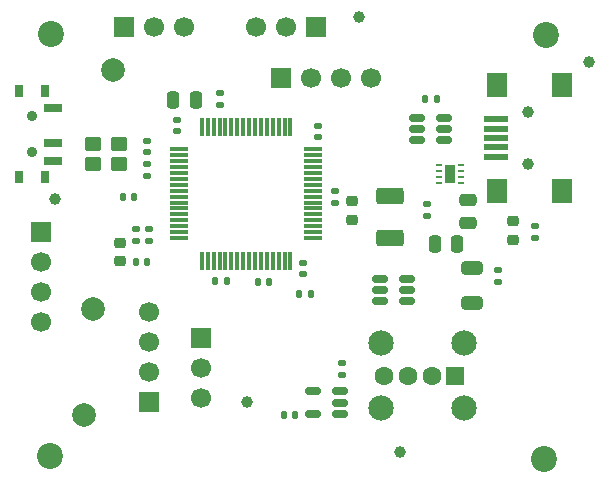
<source format=gbr>
%TF.GenerationSoftware,KiCad,Pcbnew,9.0.3*%
%TF.CreationDate,2025-09-29T14:44:44+08:00*%
%TF.ProjectId,Final Design,46696e61-6c20-4446-9573-69676e2e6b69,rev?*%
%TF.SameCoordinates,Original*%
%TF.FileFunction,Soldermask,Top*%
%TF.FilePolarity,Negative*%
%FSLAX46Y46*%
G04 Gerber Fmt 4.6, Leading zero omitted, Abs format (unit mm)*
G04 Created by KiCad (PCBNEW 9.0.3) date 2025-09-29 14:44:44*
%MOMM*%
%LPD*%
G01*
G04 APERTURE LIST*
G04 Aperture macros list*
%AMRoundRect*
0 Rectangle with rounded corners*
0 $1 Rounding radius*
0 $2 $3 $4 $5 $6 $7 $8 $9 X,Y pos of 4 corners*
0 Add a 4 corners polygon primitive as box body*
4,1,4,$2,$3,$4,$5,$6,$7,$8,$9,$2,$3,0*
0 Add four circle primitives for the rounded corners*
1,1,$1+$1,$2,$3*
1,1,$1+$1,$4,$5*
1,1,$1+$1,$6,$7*
1,1,$1+$1,$8,$9*
0 Add four rect primitives between the rounded corners*
20,1,$1+$1,$2,$3,$4,$5,0*
20,1,$1+$1,$4,$5,$6,$7,0*
20,1,$1+$1,$6,$7,$8,$9,0*
20,1,$1+$1,$8,$9,$2,$3,0*%
G04 Aperture macros list end*
%ADD10RoundRect,0.140000X0.140000X0.170000X-0.140000X0.170000X-0.140000X-0.170000X0.140000X-0.170000X0*%
%ADD11R,0.800000X1.000000*%
%ADD12C,0.900000*%
%ADD13R,1.500000X0.700000*%
%ADD14RoundRect,0.140000X-0.140000X-0.170000X0.140000X-0.170000X0.140000X0.170000X-0.140000X0.170000X0*%
%ADD15R,1.700000X1.700000*%
%ADD16C,1.700000*%
%ADD17C,2.200000*%
%ADD18RoundRect,0.140000X0.170000X-0.140000X0.170000X0.140000X-0.170000X0.140000X-0.170000X-0.140000X0*%
%ADD19RoundRect,0.135000X0.185000X-0.135000X0.185000X0.135000X-0.185000X0.135000X-0.185000X-0.135000X0*%
%ADD20C,1.000000*%
%ADD21RoundRect,0.150000X0.512500X0.150000X-0.512500X0.150000X-0.512500X-0.150000X0.512500X-0.150000X0*%
%ADD22RoundRect,0.218750X-0.256250X0.218750X-0.256250X-0.218750X0.256250X-0.218750X0.256250X0.218750X0*%
%ADD23RoundRect,0.140000X-0.170000X0.140000X-0.170000X-0.140000X0.170000X-0.140000X0.170000X0.140000X0*%
%ADD24RoundRect,0.075000X-0.700000X-0.075000X0.700000X-0.075000X0.700000X0.075000X-0.700000X0.075000X0*%
%ADD25RoundRect,0.075000X-0.075000X-0.700000X0.075000X-0.700000X0.075000X0.700000X-0.075000X0.700000X0*%
%ADD26RoundRect,0.062500X0.187500X0.062500X-0.187500X0.062500X-0.187500X-0.062500X0.187500X-0.062500X0*%
%ADD27R,0.900000X1.600000*%
%ADD28RoundRect,0.218750X0.256250X-0.218750X0.256250X0.218750X-0.256250X0.218750X-0.256250X-0.218750X0*%
%ADD29RoundRect,0.135000X-0.185000X0.135000X-0.185000X-0.135000X0.185000X-0.135000X0.185000X0.135000X0*%
%ADD30C,2.000000*%
%ADD31R,1.600000X1.600000*%
%ADD32C,1.600000*%
%ADD33C,2.150000*%
%ADD34RoundRect,0.250000X-0.450000X-0.350000X0.450000X-0.350000X0.450000X0.350000X-0.450000X0.350000X0*%
%ADD35RoundRect,0.250000X-0.250000X-0.475000X0.250000X-0.475000X0.250000X0.475000X-0.250000X0.475000X0*%
%ADD36R,2.000000X0.500000*%
%ADD37R,1.700000X2.000000*%
%ADD38RoundRect,0.250000X0.250000X0.475000X-0.250000X0.475000X-0.250000X-0.475000X0.250000X-0.475000X0*%
%ADD39RoundRect,0.250000X0.650000X-0.325000X0.650000X0.325000X-0.650000X0.325000X-0.650000X-0.325000X0*%
%ADD40RoundRect,0.249999X-0.900001X0.450001X-0.900001X-0.450001X0.900001X-0.450001X0.900001X0.450001X0*%
%ADD41RoundRect,0.250000X-0.475000X0.250000X-0.475000X-0.250000X0.475000X-0.250000X0.475000X0.250000X0*%
G04 APERTURE END LIST*
D10*
%TO.C,C16*%
X101960000Y-62000000D03*
X101000000Y-62000000D03*
%TD*%
D11*
%TO.C,SW1*%
X79500000Y-44800000D03*
X77290000Y-44800000D03*
D12*
X78390000Y-46950000D03*
X78390000Y-49950000D03*
D11*
X79500000Y-52100000D03*
X77290000Y-52100000D03*
D13*
X80150000Y-46200000D03*
X80150000Y-49200000D03*
X80150000Y-50700000D03*
%TD*%
D14*
%TO.C,C18*%
X99690000Y-72250000D03*
X100650000Y-72250000D03*
%TD*%
D15*
%TO.C,J6*%
X79100000Y-56780000D03*
D16*
X79100000Y-59320000D03*
X79100000Y-61860000D03*
X79100000Y-64400000D03*
%TD*%
D15*
%TO.C,L_1*%
X88300000Y-71100000D03*
D16*
X88300000Y-68560000D03*
X88300000Y-66020000D03*
X88300000Y-63480000D03*
%TD*%
D10*
%TO.C,C17*%
X112640000Y-45500000D03*
X111680000Y-45500000D03*
%TD*%
D17*
%TO.C,H2*%
X121750000Y-76000000D03*
%TD*%
D18*
%TO.C,C10*%
X87150000Y-57480000D03*
X87150000Y-56520000D03*
%TD*%
D17*
%TO.C,H3*%
X121865945Y-40025126D03*
%TD*%
D19*
%TO.C,R4*%
X120975000Y-57270000D03*
X120975000Y-56250000D03*
%TD*%
D20*
%TO.C,TP5*%
X96550000Y-71130000D03*
%TD*%
D17*
%TO.C,H1*%
X80000000Y-40000000D03*
%TD*%
D15*
%TO.C,R_2*%
X86150000Y-39350000D03*
D16*
X88690000Y-39350000D03*
X91230000Y-39350000D03*
%TD*%
D21*
%TO.C,U3*%
X104445000Y-72140000D03*
X104445000Y-71190000D03*
X104445000Y-70240000D03*
X102170000Y-70240000D03*
X102170000Y-72140000D03*
%TD*%
D14*
%TO.C,C3*%
X97500000Y-61000000D03*
X98460000Y-61000000D03*
%TD*%
D22*
%TO.C,FB1*%
X85800000Y-57650000D03*
X85800000Y-59225000D03*
%TD*%
D19*
%TO.C,R2*%
X104620000Y-68840000D03*
X104620000Y-67820000D03*
%TD*%
D23*
%TO.C,C5*%
X101350000Y-59350000D03*
X101350000Y-60310000D03*
%TD*%
D24*
%TO.C,U2*%
X90825000Y-49750000D03*
X90825000Y-50250000D03*
X90825000Y-50750000D03*
X90825000Y-51250000D03*
X90825000Y-51750000D03*
X90825000Y-52250000D03*
X90825000Y-52750000D03*
X90825000Y-53250000D03*
X90825000Y-53750000D03*
X90825000Y-54250000D03*
X90825000Y-54750000D03*
X90825000Y-55250000D03*
X90825000Y-55750000D03*
X90825000Y-56250000D03*
X90825000Y-56750000D03*
X90825000Y-57250000D03*
D25*
X92750000Y-59175000D03*
X93250000Y-59175000D03*
X93750000Y-59175000D03*
X94250000Y-59175000D03*
X94750000Y-59175000D03*
X95250000Y-59175000D03*
X95750000Y-59175000D03*
X96250000Y-59175000D03*
X96750000Y-59175000D03*
X97250000Y-59175000D03*
X97750000Y-59175000D03*
X98250000Y-59175000D03*
X98750000Y-59175000D03*
X99250000Y-59175000D03*
X99750000Y-59175000D03*
X100250000Y-59175000D03*
D24*
X102175000Y-57250000D03*
X102175000Y-56750000D03*
X102175000Y-56250000D03*
X102175000Y-55750000D03*
X102175000Y-55250000D03*
X102175000Y-54750000D03*
X102175000Y-54250000D03*
X102175000Y-53750000D03*
X102175000Y-53250000D03*
X102175000Y-52750000D03*
X102175000Y-52250000D03*
X102175000Y-51750000D03*
X102175000Y-51250000D03*
X102175000Y-50750000D03*
X102175000Y-50250000D03*
X102175000Y-49750000D03*
D25*
X100250000Y-47825000D03*
X99750000Y-47825000D03*
X99250000Y-47825000D03*
X98750000Y-47825000D03*
X98250000Y-47825000D03*
X97750000Y-47825000D03*
X97250000Y-47825000D03*
X96750000Y-47825000D03*
X96250000Y-47825000D03*
X95750000Y-47825000D03*
X95250000Y-47825000D03*
X94750000Y-47825000D03*
X94250000Y-47825000D03*
X93750000Y-47825000D03*
X93250000Y-47825000D03*
X92750000Y-47825000D03*
%TD*%
D26*
%TO.C,U1*%
X114710000Y-52600000D03*
X114710000Y-52100000D03*
X114710000Y-51600000D03*
X114710000Y-51100000D03*
X112810000Y-51100000D03*
X112810000Y-51600000D03*
X112810000Y-52100000D03*
X112810000Y-52600000D03*
D27*
X113760000Y-51850000D03*
%TD*%
D28*
%TO.C,D1*%
X119075000Y-57425000D03*
X119075000Y-55850000D03*
%TD*%
D15*
%TO.C,R_1*%
X92700000Y-65675000D03*
D16*
X92700000Y-68215000D03*
X92700000Y-70755000D03*
%TD*%
D29*
%TO.C,R3*%
X111800000Y-54360000D03*
X111800000Y-55380000D03*
%TD*%
D30*
%TO.C,FID1*%
X85250000Y-43000000D03*
%TD*%
%TO.C,FID2*%
X83500000Y-63300000D03*
%TD*%
D15*
%TO.C,J1*%
X99440000Y-43700000D03*
D16*
X101980000Y-43700000D03*
X104520000Y-43700000D03*
X107060000Y-43700000D03*
%TD*%
D18*
%TO.C,C9*%
X88250000Y-57480000D03*
X88250000Y-56520000D03*
%TD*%
D31*
%TO.C,J4*%
X114210000Y-68900000D03*
D32*
X112210000Y-68900000D03*
X110210000Y-68900000D03*
X108210000Y-68900000D03*
D33*
X114940000Y-71620000D03*
X114940000Y-66180000D03*
X107940000Y-71620000D03*
X107940000Y-66180000D03*
%TD*%
D15*
%TO.C,L_2*%
X102400000Y-39400000D03*
D16*
X99860000Y-39400000D03*
X97320000Y-39400000D03*
%TD*%
D34*
%TO.C,Y1*%
X83550000Y-50950000D03*
X85750000Y-50950000D03*
X85750000Y-49250000D03*
X83550000Y-49250000D03*
%TD*%
D18*
%TO.C,C19*%
X117800000Y-60950000D03*
X117800000Y-59990000D03*
%TD*%
D20*
%TO.C,TP1*%
X125520000Y-42380000D03*
%TD*%
D18*
%TO.C,C6*%
X90630000Y-48220000D03*
X90630000Y-47260000D03*
%TD*%
D35*
%TO.C,C7*%
X112460000Y-57760000D03*
X114360000Y-57760000D03*
%TD*%
D20*
%TO.C,TP2*%
X109550000Y-75400000D03*
%TD*%
D21*
%TO.C,USB_EDC_PROT1*%
X113214654Y-48960000D03*
X113214654Y-48010000D03*
X113214654Y-47060000D03*
X110939654Y-47060000D03*
X110939654Y-48010000D03*
X110939654Y-48960000D03*
%TD*%
D20*
%TO.C,J5*%
X120358000Y-50980000D03*
X120358000Y-46580000D03*
D36*
X117658000Y-50380000D03*
X117658000Y-49580000D03*
X117658000Y-48780000D03*
X117658000Y-47980000D03*
X117658000Y-47180000D03*
D37*
X117758000Y-53230000D03*
X123208000Y-53230000D03*
X117758000Y-44330000D03*
X123208000Y-44330000D03*
%TD*%
D30*
%TO.C,FID3*%
X82750000Y-72250000D03*
%TD*%
D38*
%TO.C,C1*%
X92250000Y-45550000D03*
X90350000Y-45550000D03*
%TD*%
D20*
%TO.C,TP4*%
X106050000Y-38550000D03*
%TD*%
D10*
%TO.C,C12*%
X87000000Y-53750000D03*
X86040000Y-53750000D03*
%TD*%
D21*
%TO.C,USB_EDC_PROT2*%
X110100000Y-62600000D03*
X110100000Y-61650000D03*
X110100000Y-60700000D03*
X107825000Y-60700000D03*
X107825000Y-61650000D03*
X107825000Y-62600000D03*
%TD*%
D14*
%TO.C,C11*%
X87150000Y-59250000D03*
X88110000Y-59250000D03*
%TD*%
D20*
%TO.C,TP3*%
X80350000Y-53950000D03*
%TD*%
D22*
%TO.C,D2*%
X105450000Y-54125000D03*
X105450000Y-55700000D03*
%TD*%
D29*
%TO.C,R1*%
X94250000Y-44930000D03*
X94250000Y-45950000D03*
%TD*%
D17*
%TO.C,H4*%
X79890000Y-75740000D03*
%TD*%
D14*
%TO.C,C4*%
X93890000Y-60850000D03*
X94850000Y-60850000D03*
%TD*%
D39*
%TO.C,C20*%
X115600000Y-62750000D03*
X115600000Y-59800000D03*
%TD*%
D19*
%TO.C,R5*%
X104050000Y-54320000D03*
X104050000Y-53300000D03*
%TD*%
D40*
%TO.C,L1*%
X108670000Y-53670000D03*
X108670000Y-57220000D03*
%TD*%
D41*
%TO.C,C8*%
X115250000Y-54050000D03*
X115250000Y-55950000D03*
%TD*%
D18*
%TO.C,C2*%
X102550000Y-48700000D03*
X102550000Y-47740000D03*
%TD*%
D23*
%TO.C,C13*%
X88100000Y-51000000D03*
X88100000Y-51960000D03*
%TD*%
D18*
%TO.C,C14*%
X88100000Y-50000000D03*
X88100000Y-49040000D03*
%TD*%
M02*

</source>
